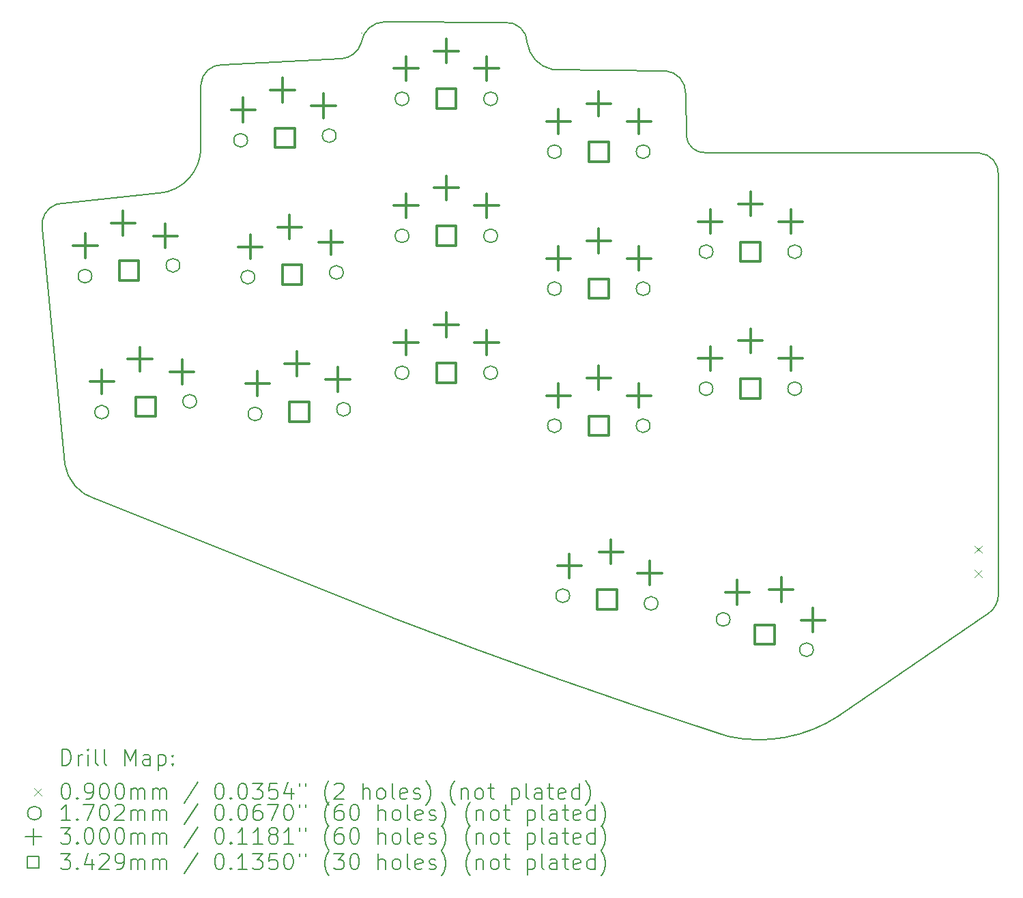
<source format=gbr>
%FSLAX45Y45*%
G04 Gerber Fmt 4.5, Leading zero omitted, Abs format (unit mm)*
G04 Created by KiCad (PCBNEW (6.0.4)) date 2022-05-17 22:38:03*
%MOMM*%
%LPD*%
G01*
G04 APERTURE LIST*
%TA.AperFunction,Profile*%
%ADD10C,0.150000*%
%TD*%
%ADD11C,0.200000*%
%ADD12C,0.090000*%
%ADD13C,0.170180*%
%ADD14C,0.300000*%
%ADD15C,0.342900*%
G04 APERTURE END LIST*
D10*
X6876071Y11748876D02*
X8344622Y11820688D01*
X12617390Y11393371D02*
G75*
G03*
X12363394Y11672771I-271530J8309D01*
G01*
X4814023Y10017285D02*
G75*
G03*
X4636222Y9712488I91107J-257405D01*
G01*
X4814022Y10017288D02*
X6078679Y10152942D01*
X10964034Y11689307D02*
X12363394Y11672771D01*
X10653483Y12016826D02*
G75*
G03*
X10964034Y11689307I386287J55284D01*
G01*
X16260102Y10651714D02*
X12862027Y10657058D01*
X12627814Y10859110D02*
G75*
G03*
X12862027Y10657058I222446J21080D01*
G01*
X8886230Y12279469D02*
X10376622Y12272233D01*
X13145222Y3413289D02*
G75*
G03*
X14516822Y3667288I382928J1762511D01*
G01*
X8979622Y4886488D02*
X5296622Y6359688D01*
X4636222Y9712488D02*
X4915622Y6791488D01*
X4915626Y6791489D02*
G75*
G03*
X5296622Y6359688I536374J89281D01*
G01*
X8979622Y4886488D02*
G75*
G03*
X13145222Y3413288I28394798J73662842D01*
G01*
X16371018Y4937293D02*
G75*
G03*
X16498022Y5165888I-162189J239687D01*
G01*
X8598719Y12147486D02*
X8598719Y12147486D01*
X6078679Y10152942D02*
G75*
G03*
X6603966Y10728488I-41668J565511D01*
G01*
X16498022Y5165888D02*
X16498230Y10381255D01*
X10653476Y12016825D02*
G75*
G03*
X10376622Y12272233I-257406J-1265D01*
G01*
X14516822Y3667288D02*
X16371022Y4937288D01*
X6603966Y11497686D02*
X6603966Y10728488D01*
X8344622Y11820689D02*
G75*
G03*
X8594801Y12020777I-21092J282821D01*
G01*
X12627819Y10859110D02*
X12617394Y11393371D01*
X16498224Y10381255D02*
G75*
G03*
X16260102Y10651714I-253545J16825D01*
G01*
X6876071Y11748877D02*
G75*
G03*
X6603966Y11497686I-8611J-263647D01*
G01*
X8886230Y12279468D02*
G75*
G03*
X8594801Y12020777I2030J-295788D01*
G01*
D11*
D12*
X16205014Y5779462D02*
X16295014Y5689462D01*
X16295014Y5779462D02*
X16205014Y5689462D01*
X16205014Y5479462D02*
X16295014Y5389462D01*
X16295014Y5479462D02*
X16205014Y5389462D01*
D13*
X5251678Y9124391D02*
G75*
G03*
X5251678Y9124391I-85090J0D01*
G01*
X5251678Y9124391D02*
G75*
G03*
X5251678Y9124391I-85090J0D01*
G01*
X5458856Y7437062D02*
G75*
G03*
X5458856Y7437062I-85090J0D01*
G01*
X5458856Y7437062D02*
G75*
G03*
X5458856Y7437062I-85090J0D01*
G01*
X6343479Y9258447D02*
G75*
G03*
X6343479Y9258447I-85090J0D01*
G01*
X6343479Y9258447D02*
G75*
G03*
X6343479Y9258447I-85090J0D01*
G01*
X6550656Y7571118D02*
G75*
G03*
X6550656Y7571118I-85090J0D01*
G01*
X6550656Y7571118D02*
G75*
G03*
X6550656Y7571118I-85090J0D01*
G01*
X7183144Y10810062D02*
G75*
G03*
X7183144Y10810062I-85090J0D01*
G01*
X7183144Y10810062D02*
G75*
G03*
X7183144Y10810062I-85090J0D01*
G01*
X7272116Y9112392D02*
G75*
G03*
X7272116Y9112392I-85090J0D01*
G01*
X7272116Y9112392D02*
G75*
G03*
X7272116Y9112392I-85090J0D01*
G01*
X7361087Y7414722D02*
G75*
G03*
X7361087Y7414722I-85090J0D01*
G01*
X7361087Y7414722D02*
G75*
G03*
X7361087Y7414722I-85090J0D01*
G01*
X8281637Y10867632D02*
G75*
G03*
X8281637Y10867632I-85090J0D01*
G01*
X8281637Y10867632D02*
G75*
G03*
X8281637Y10867632I-85090J0D01*
G01*
X8370608Y9169962D02*
G75*
G03*
X8370608Y9169962I-85090J0D01*
G01*
X8370608Y9169962D02*
G75*
G03*
X8370608Y9169962I-85090J0D01*
G01*
X8459579Y7472291D02*
G75*
G03*
X8459579Y7472291I-85090J0D01*
G01*
X8459579Y7472291D02*
G75*
G03*
X8459579Y7472291I-85090J0D01*
G01*
X9184672Y9624699D02*
G75*
G03*
X9184672Y9624699I-85090J0D01*
G01*
X9184672Y9624699D02*
G75*
G03*
X9184672Y9624699I-85090J0D01*
G01*
X9184672Y7924699D02*
G75*
G03*
X9184672Y7924699I-85090J0D01*
G01*
X9184672Y7924699D02*
G75*
G03*
X9184672Y7924699I-85090J0D01*
G01*
X9184672Y11324699D02*
G75*
G03*
X9184672Y11324699I-85090J0D01*
G01*
X9184672Y11324699D02*
G75*
G03*
X9184672Y11324699I-85090J0D01*
G01*
X10284672Y9624699D02*
G75*
G03*
X10284672Y9624699I-85090J0D01*
G01*
X10284672Y9624699D02*
G75*
G03*
X10284672Y9624699I-85090J0D01*
G01*
X10284672Y7924699D02*
G75*
G03*
X10284672Y7924699I-85090J0D01*
G01*
X10284672Y7924699D02*
G75*
G03*
X10284672Y7924699I-85090J0D01*
G01*
X10284672Y11324699D02*
G75*
G03*
X10284672Y11324699I-85090J0D01*
G01*
X10284672Y11324699D02*
G75*
G03*
X10284672Y11324699I-85090J0D01*
G01*
X11076199Y10668602D02*
G75*
G03*
X11076199Y10668602I-85090J0D01*
G01*
X11076199Y10668602D02*
G75*
G03*
X11076199Y10668602I-85090J0D01*
G01*
X11076199Y8968602D02*
G75*
G03*
X11076199Y8968602I-85090J0D01*
G01*
X11076199Y8968602D02*
G75*
G03*
X11076199Y8968602I-85090J0D01*
G01*
X11076199Y7268602D02*
G75*
G03*
X11076199Y7268602I-85090J0D01*
G01*
X11076199Y7268602D02*
G75*
G03*
X11076199Y7268602I-85090J0D01*
G01*
X11179291Y5159288D02*
G75*
G03*
X11179291Y5159288I-85090J0D01*
G01*
X11179291Y5159288D02*
G75*
G03*
X11179291Y5159288I-85090J0D01*
G01*
X12176199Y10668602D02*
G75*
G03*
X12176199Y10668602I-85090J0D01*
G01*
X12176199Y10668602D02*
G75*
G03*
X12176199Y10668602I-85090J0D01*
G01*
X12176199Y8968602D02*
G75*
G03*
X12176199Y8968602I-85090J0D01*
G01*
X12176199Y8968602D02*
G75*
G03*
X12176199Y8968602I-85090J0D01*
G01*
X12176199Y7268602D02*
G75*
G03*
X12176199Y7268602I-85090J0D01*
G01*
X12176199Y7268602D02*
G75*
G03*
X12176199Y7268602I-85090J0D01*
G01*
X12275105Y5063416D02*
G75*
G03*
X12275105Y5063416I-85090J0D01*
G01*
X12275105Y5063416D02*
G75*
G03*
X12275105Y5063416I-85090J0D01*
G01*
X12956918Y9427885D02*
G75*
G03*
X12956918Y9427885I-85090J0D01*
G01*
X12956918Y9427885D02*
G75*
G03*
X12956918Y9427885I-85090J0D01*
G01*
X12956918Y7727885D02*
G75*
G03*
X12956918Y7727885I-85090J0D01*
G01*
X12956918Y7727885D02*
G75*
G03*
X12956918Y7727885I-85090J0D01*
G01*
X13169301Y4865178D02*
G75*
G03*
X13169301Y4865178I-85090J0D01*
G01*
X13169301Y4865178D02*
G75*
G03*
X13169301Y4865178I-85090J0D01*
G01*
X14056918Y9427885D02*
G75*
G03*
X14056918Y9427885I-85090J0D01*
G01*
X14056918Y9427885D02*
G75*
G03*
X14056918Y9427885I-85090J0D01*
G01*
X14056918Y7727885D02*
G75*
G03*
X14056918Y7727885I-85090J0D01*
G01*
X14056918Y7727885D02*
G75*
G03*
X14056918Y7727885I-85090J0D01*
G01*
X14202963Y4488956D02*
G75*
G03*
X14202963Y4488956I-85090J0D01*
G01*
X14202963Y4488956D02*
G75*
G03*
X14202963Y4488956I-85090J0D01*
G01*
D14*
X5170514Y9652689D02*
X5170514Y9352689D01*
X5020514Y9502689D02*
X5320514Y9502689D01*
X5377692Y7965360D02*
X5377692Y7665360D01*
X5227692Y7815360D02*
X5527692Y7815360D01*
X5639976Y9931984D02*
X5639976Y9631984D01*
X5489976Y9781984D02*
X5789976Y9781984D01*
X5639976Y9931984D02*
X5639976Y9631984D01*
X5489976Y9781984D02*
X5789976Y9781984D01*
X5847154Y8244655D02*
X5847154Y7944655D01*
X5697154Y8094655D02*
X5997154Y8094655D01*
X5847154Y8244655D02*
X5847154Y7944655D01*
X5697154Y8094655D02*
X5997154Y8094655D01*
X6163060Y9774558D02*
X6163060Y9474558D01*
X6013060Y9624558D02*
X6313060Y9624558D01*
X6370238Y8087230D02*
X6370238Y7787230D01*
X6220238Y7937230D02*
X6520238Y7937230D01*
X7128360Y11337165D02*
X7128360Y11037165D01*
X6978360Y11187165D02*
X7278360Y11187165D01*
X7217331Y9639495D02*
X7217331Y9339495D01*
X7067331Y9489495D02*
X7367331Y9489495D01*
X7306302Y7941825D02*
X7306302Y7641825D01*
X7156302Y7791825D02*
X7456302Y7791825D01*
X7616161Y11583032D02*
X7616161Y11283032D01*
X7466161Y11433032D02*
X7766161Y11433032D01*
X7616161Y11583032D02*
X7616161Y11283032D01*
X7466161Y11433032D02*
X7766161Y11433032D01*
X7705132Y9885362D02*
X7705132Y9585362D01*
X7555132Y9735362D02*
X7855132Y9735362D01*
X7705132Y9885362D02*
X7705132Y9585362D01*
X7555132Y9735362D02*
X7855132Y9735362D01*
X7794103Y8187691D02*
X7794103Y7887691D01*
X7644103Y8037691D02*
X7944103Y8037691D01*
X7794103Y8187691D02*
X7794103Y7887691D01*
X7644103Y8037691D02*
X7944103Y8037691D01*
X8126989Y11389501D02*
X8126989Y11089501D01*
X7976989Y11239501D02*
X8276989Y11239501D01*
X8215961Y9691831D02*
X8215961Y9391831D01*
X8065961Y9541831D02*
X8365961Y9541831D01*
X8304932Y7994161D02*
X8304932Y7694161D01*
X8154932Y7844161D02*
X8454932Y7844161D01*
X9149582Y10149699D02*
X9149582Y9849699D01*
X8999582Y9999699D02*
X9299582Y9999699D01*
X9149582Y8449699D02*
X9149582Y8149699D01*
X8999582Y8299699D02*
X9299582Y8299699D01*
X9149582Y11849699D02*
X9149582Y11549699D01*
X8999582Y11699699D02*
X9299582Y11699699D01*
X9649582Y10369699D02*
X9649582Y10069699D01*
X9499582Y10219699D02*
X9799582Y10219699D01*
X9649582Y10369699D02*
X9649582Y10069699D01*
X9499582Y10219699D02*
X9799582Y10219699D01*
X9649582Y8669699D02*
X9649582Y8369699D01*
X9499582Y8519699D02*
X9799582Y8519699D01*
X9649582Y8669699D02*
X9649582Y8369699D01*
X9499582Y8519699D02*
X9799582Y8519699D01*
X9649582Y12069699D02*
X9649582Y11769699D01*
X9499582Y11919699D02*
X9799582Y11919699D01*
X9649582Y12069699D02*
X9649582Y11769699D01*
X9499582Y11919699D02*
X9799582Y11919699D01*
X10149582Y10149699D02*
X10149582Y9849699D01*
X9999582Y9999699D02*
X10299582Y9999699D01*
X10149582Y8449699D02*
X10149582Y8149699D01*
X9999582Y8299699D02*
X10299582Y8299699D01*
X10149582Y11849699D02*
X10149582Y11549699D01*
X9999582Y11699699D02*
X10299582Y11699699D01*
X11041109Y11193602D02*
X11041109Y10893602D01*
X10891109Y11043602D02*
X11191109Y11043602D01*
X11041109Y9493602D02*
X11041109Y9193602D01*
X10891109Y9343602D02*
X11191109Y9343602D01*
X11041109Y7793602D02*
X11041109Y7493602D01*
X10891109Y7643602D02*
X11191109Y7643602D01*
X11176695Y5678503D02*
X11176695Y5378503D01*
X11026695Y5528503D02*
X11326694Y5528503D01*
X11541109Y11413602D02*
X11541109Y11113602D01*
X11391109Y11263602D02*
X11691109Y11263602D01*
X11541109Y11413602D02*
X11541109Y11113602D01*
X11391109Y11263602D02*
X11691109Y11263602D01*
X11541109Y9713602D02*
X11541109Y9413602D01*
X11391109Y9563602D02*
X11691109Y9563602D01*
X11541109Y9713602D02*
X11541109Y9413602D01*
X11391109Y9563602D02*
X11691109Y9563602D01*
X11541109Y8013602D02*
X11541109Y7713602D01*
X11391109Y7863602D02*
X11691109Y7863602D01*
X11541109Y8013602D02*
X11541109Y7713602D01*
X11391109Y7863602D02*
X11691109Y7863602D01*
X11693966Y5854088D02*
X11693966Y5554088D01*
X11543966Y5704088D02*
X11843966Y5704088D01*
X11693966Y5854088D02*
X11693966Y5554088D01*
X11543966Y5704088D02*
X11843966Y5704088D01*
X12041109Y11193602D02*
X12041109Y10893602D01*
X11891109Y11043602D02*
X12191109Y11043602D01*
X12041109Y9493602D02*
X12041109Y9193602D01*
X11891109Y9343602D02*
X12191109Y9343602D01*
X12041109Y7793602D02*
X12041109Y7493602D01*
X11891109Y7643602D02*
X12191109Y7643602D01*
X12172889Y5591347D02*
X12172889Y5291347D01*
X12022889Y5441347D02*
X12322889Y5441347D01*
X12921828Y9952885D02*
X12921828Y9652885D01*
X12771828Y9802885D02*
X13071828Y9802885D01*
X12921828Y8252885D02*
X12921828Y7952885D01*
X12771828Y8102885D02*
X13071828Y8102885D01*
X13259453Y5350462D02*
X13259453Y5050462D01*
X13109453Y5200462D02*
X13409453Y5200462D01*
X13421828Y10172885D02*
X13421828Y9872885D01*
X13271828Y10022885D02*
X13571828Y10022885D01*
X13421828Y10172885D02*
X13421828Y9872885D01*
X13271828Y10022885D02*
X13571828Y10022885D01*
X13421828Y8472885D02*
X13421828Y8172885D01*
X13271828Y8322885D02*
X13571828Y8322885D01*
X13421828Y8472885D02*
X13421828Y8172885D01*
X13271828Y8322885D02*
X13571828Y8322885D01*
X13804544Y5386184D02*
X13804544Y5086184D01*
X13654544Y5236184D02*
X13954544Y5236184D01*
X13804544Y5386184D02*
X13804544Y5086184D01*
X13654544Y5236184D02*
X13954544Y5236184D01*
X13921828Y9952885D02*
X13921828Y9652885D01*
X13771828Y9802885D02*
X14071828Y9802885D01*
X13921828Y8252885D02*
X13921828Y7952885D01*
X13771828Y8102885D02*
X14071828Y8102885D01*
X14199146Y5008442D02*
X14199146Y4708442D01*
X14049146Y4858442D02*
X14349146Y4858442D01*
D15*
X5833723Y9070184D02*
X5833723Y9312653D01*
X5591254Y9312653D01*
X5591254Y9070184D01*
X5833723Y9070184D01*
X5833723Y9070184D02*
X5833723Y9312653D01*
X5591254Y9312653D01*
X5591254Y9070184D01*
X5833723Y9070184D01*
X6040901Y7382856D02*
X6040901Y7625325D01*
X5798431Y7625325D01*
X5798431Y7382856D01*
X6040901Y7382856D01*
X6040901Y7382856D02*
X6040901Y7625325D01*
X5798431Y7625325D01*
X5798431Y7382856D01*
X6040901Y7382856D01*
X7768535Y10717613D02*
X7768535Y10960082D01*
X7526066Y10960082D01*
X7526066Y10717613D01*
X7768535Y10717613D01*
X7768535Y10717613D02*
X7768535Y10960082D01*
X7526066Y10960082D01*
X7526066Y10717613D01*
X7768535Y10717613D01*
X7857506Y9019942D02*
X7857506Y9262412D01*
X7615037Y9262412D01*
X7615037Y9019942D01*
X7857506Y9019942D01*
X7857506Y9019942D02*
X7857506Y9262412D01*
X7615037Y9262412D01*
X7615037Y9019942D01*
X7857506Y9019942D01*
X7946478Y7322272D02*
X7946478Y7564741D01*
X7704008Y7564741D01*
X7704008Y7322272D01*
X7946478Y7322272D01*
X7946478Y7322272D02*
X7946478Y7564741D01*
X7704008Y7564741D01*
X7704008Y7322272D01*
X7946478Y7322272D01*
X9770816Y9503464D02*
X9770816Y9745934D01*
X9528347Y9745934D01*
X9528347Y9503464D01*
X9770816Y9503464D01*
X9770816Y9503464D02*
X9770816Y9745934D01*
X9528347Y9745934D01*
X9528347Y9503464D01*
X9770816Y9503464D01*
X9770816Y7803464D02*
X9770816Y8045933D01*
X9528347Y8045933D01*
X9528347Y7803464D01*
X9770816Y7803464D01*
X9770816Y7803464D02*
X9770816Y8045933D01*
X9528347Y8045933D01*
X9528347Y7803464D01*
X9770816Y7803464D01*
X9770816Y11203464D02*
X9770816Y11445933D01*
X9528347Y11445933D01*
X9528347Y11203464D01*
X9770816Y11203464D01*
X9770816Y11203464D02*
X9770816Y11445933D01*
X9528347Y11445933D01*
X9528347Y11203464D01*
X9770816Y11203464D01*
X11662343Y10547367D02*
X11662343Y10789836D01*
X11419874Y10789836D01*
X11419874Y10547367D01*
X11662343Y10547367D01*
X11662343Y10547367D02*
X11662343Y10789836D01*
X11419874Y10789836D01*
X11419874Y10547367D01*
X11662343Y10547367D01*
X11662343Y8847367D02*
X11662343Y9089836D01*
X11419874Y9089836D01*
X11419874Y8847367D01*
X11662343Y8847367D01*
X11662343Y8847367D02*
X11662343Y9089836D01*
X11419874Y9089836D01*
X11419874Y8847367D01*
X11662343Y8847367D01*
X11662343Y7147367D02*
X11662343Y7389836D01*
X11419874Y7389836D01*
X11419874Y7147367D01*
X11662343Y7147367D01*
X11662343Y7147367D02*
X11662343Y7389836D01*
X11419874Y7389836D01*
X11419874Y7147367D01*
X11662343Y7147367D01*
X11763343Y4990117D02*
X11763343Y5232587D01*
X11520874Y5232587D01*
X11520874Y4990117D01*
X11763343Y4990117D01*
X11763343Y4990117D02*
X11763343Y5232587D01*
X11520874Y5232587D01*
X11520874Y4990117D01*
X11763343Y4990117D01*
X13543063Y9306651D02*
X13543063Y9549120D01*
X13300593Y9549120D01*
X13300593Y9306651D01*
X13543063Y9306651D01*
X13543063Y9306651D02*
X13543063Y9549120D01*
X13300593Y9549120D01*
X13300593Y9306651D01*
X13543063Y9306651D01*
X13543063Y7606651D02*
X13543063Y7849120D01*
X13300593Y7849120D01*
X13300593Y7606651D01*
X13543063Y7606651D01*
X13543063Y7606651D02*
X13543063Y7849120D01*
X13300593Y7849120D01*
X13300593Y7606651D01*
X13543063Y7606651D01*
X13722276Y4555832D02*
X13722276Y4798302D01*
X13479807Y4798302D01*
X13479807Y4555832D01*
X13722276Y4555832D01*
X13722276Y4555832D02*
X13722276Y4798302D01*
X13479807Y4798302D01*
X13479807Y4555832D01*
X13722276Y4555832D01*
D11*
X4882197Y3054194D02*
X4882197Y3254194D01*
X4929816Y3254194D01*
X4958387Y3244670D01*
X4977435Y3225623D01*
X4986959Y3206575D01*
X4996482Y3168480D01*
X4996482Y3139908D01*
X4986959Y3101813D01*
X4977435Y3082766D01*
X4958387Y3063718D01*
X4929816Y3054194D01*
X4882197Y3054194D01*
X5082197Y3054194D02*
X5082197Y3187527D01*
X5082197Y3149432D02*
X5091720Y3168480D01*
X5101244Y3178004D01*
X5120292Y3187527D01*
X5139340Y3187527D01*
X5206006Y3054194D02*
X5206006Y3187527D01*
X5206006Y3254194D02*
X5196482Y3244670D01*
X5206006Y3235146D01*
X5215530Y3244670D01*
X5206006Y3254194D01*
X5206006Y3235146D01*
X5329816Y3054194D02*
X5310768Y3063718D01*
X5301244Y3082766D01*
X5301244Y3254194D01*
X5434578Y3054194D02*
X5415530Y3063718D01*
X5406006Y3082766D01*
X5406006Y3254194D01*
X5663149Y3054194D02*
X5663149Y3254194D01*
X5729816Y3111337D01*
X5796482Y3254194D01*
X5796482Y3054194D01*
X5977435Y3054194D02*
X5977435Y3158956D01*
X5967911Y3178004D01*
X5948863Y3187527D01*
X5910768Y3187527D01*
X5891720Y3178004D01*
X5977435Y3063718D02*
X5958387Y3054194D01*
X5910768Y3054194D01*
X5891720Y3063718D01*
X5882197Y3082766D01*
X5882197Y3101813D01*
X5891720Y3120861D01*
X5910768Y3130385D01*
X5958387Y3130385D01*
X5977435Y3139908D01*
X6072673Y3187527D02*
X6072673Y2987527D01*
X6072673Y3178004D02*
X6091720Y3187527D01*
X6129816Y3187527D01*
X6148863Y3178004D01*
X6158387Y3168480D01*
X6167911Y3149432D01*
X6167911Y3092289D01*
X6158387Y3073242D01*
X6148863Y3063718D01*
X6129816Y3054194D01*
X6091720Y3054194D01*
X6072673Y3063718D01*
X6253625Y3073242D02*
X6263149Y3063718D01*
X6253625Y3054194D01*
X6244101Y3063718D01*
X6253625Y3073242D01*
X6253625Y3054194D01*
X6253625Y3178004D02*
X6263149Y3168480D01*
X6253625Y3158956D01*
X6244101Y3168480D01*
X6253625Y3178004D01*
X6253625Y3158956D01*
D12*
X4534578Y2769670D02*
X4624578Y2679670D01*
X4624578Y2769670D02*
X4534578Y2679670D01*
D11*
X4920292Y2834194D02*
X4939340Y2834194D01*
X4958387Y2824670D01*
X4967911Y2815146D01*
X4977435Y2796099D01*
X4986959Y2758004D01*
X4986959Y2710385D01*
X4977435Y2672289D01*
X4967911Y2653242D01*
X4958387Y2643718D01*
X4939340Y2634194D01*
X4920292Y2634194D01*
X4901244Y2643718D01*
X4891720Y2653242D01*
X4882197Y2672289D01*
X4872673Y2710385D01*
X4872673Y2758004D01*
X4882197Y2796099D01*
X4891720Y2815146D01*
X4901244Y2824670D01*
X4920292Y2834194D01*
X5072673Y2653242D02*
X5082197Y2643718D01*
X5072673Y2634194D01*
X5063149Y2643718D01*
X5072673Y2653242D01*
X5072673Y2634194D01*
X5177435Y2634194D02*
X5215530Y2634194D01*
X5234578Y2643718D01*
X5244101Y2653242D01*
X5263149Y2681813D01*
X5272673Y2719908D01*
X5272673Y2796099D01*
X5263149Y2815146D01*
X5253625Y2824670D01*
X5234578Y2834194D01*
X5196482Y2834194D01*
X5177435Y2824670D01*
X5167911Y2815146D01*
X5158387Y2796099D01*
X5158387Y2748480D01*
X5167911Y2729432D01*
X5177435Y2719908D01*
X5196482Y2710385D01*
X5234578Y2710385D01*
X5253625Y2719908D01*
X5263149Y2729432D01*
X5272673Y2748480D01*
X5396482Y2834194D02*
X5415530Y2834194D01*
X5434578Y2824670D01*
X5444101Y2815146D01*
X5453625Y2796099D01*
X5463149Y2758004D01*
X5463149Y2710385D01*
X5453625Y2672289D01*
X5444101Y2653242D01*
X5434578Y2643718D01*
X5415530Y2634194D01*
X5396482Y2634194D01*
X5377435Y2643718D01*
X5367911Y2653242D01*
X5358387Y2672289D01*
X5348863Y2710385D01*
X5348863Y2758004D01*
X5358387Y2796099D01*
X5367911Y2815146D01*
X5377435Y2824670D01*
X5396482Y2834194D01*
X5586959Y2834194D02*
X5606006Y2834194D01*
X5625054Y2824670D01*
X5634578Y2815146D01*
X5644101Y2796099D01*
X5653625Y2758004D01*
X5653625Y2710385D01*
X5644101Y2672289D01*
X5634578Y2653242D01*
X5625054Y2643718D01*
X5606006Y2634194D01*
X5586959Y2634194D01*
X5567911Y2643718D01*
X5558387Y2653242D01*
X5548863Y2672289D01*
X5539340Y2710385D01*
X5539340Y2758004D01*
X5548863Y2796099D01*
X5558387Y2815146D01*
X5567911Y2824670D01*
X5586959Y2834194D01*
X5739339Y2634194D02*
X5739339Y2767528D01*
X5739339Y2748480D02*
X5748863Y2758004D01*
X5767911Y2767528D01*
X5796482Y2767528D01*
X5815530Y2758004D01*
X5825054Y2738956D01*
X5825054Y2634194D01*
X5825054Y2738956D02*
X5834578Y2758004D01*
X5853625Y2767528D01*
X5882197Y2767528D01*
X5901244Y2758004D01*
X5910768Y2738956D01*
X5910768Y2634194D01*
X6006006Y2634194D02*
X6006006Y2767528D01*
X6006006Y2748480D02*
X6015530Y2758004D01*
X6034578Y2767528D01*
X6063149Y2767528D01*
X6082197Y2758004D01*
X6091720Y2738956D01*
X6091720Y2634194D01*
X6091720Y2738956D02*
X6101244Y2758004D01*
X6120292Y2767528D01*
X6148863Y2767528D01*
X6167911Y2758004D01*
X6177435Y2738956D01*
X6177435Y2634194D01*
X6567911Y2843718D02*
X6396482Y2586575D01*
X6825054Y2834194D02*
X6844101Y2834194D01*
X6863149Y2824670D01*
X6872673Y2815146D01*
X6882197Y2796099D01*
X6891720Y2758004D01*
X6891720Y2710385D01*
X6882197Y2672289D01*
X6872673Y2653242D01*
X6863149Y2643718D01*
X6844101Y2634194D01*
X6825054Y2634194D01*
X6806006Y2643718D01*
X6796482Y2653242D01*
X6786958Y2672289D01*
X6777435Y2710385D01*
X6777435Y2758004D01*
X6786958Y2796099D01*
X6796482Y2815146D01*
X6806006Y2824670D01*
X6825054Y2834194D01*
X6977435Y2653242D02*
X6986958Y2643718D01*
X6977435Y2634194D01*
X6967911Y2643718D01*
X6977435Y2653242D01*
X6977435Y2634194D01*
X7110768Y2834194D02*
X7129816Y2834194D01*
X7148863Y2824670D01*
X7158387Y2815146D01*
X7167911Y2796099D01*
X7177435Y2758004D01*
X7177435Y2710385D01*
X7167911Y2672289D01*
X7158387Y2653242D01*
X7148863Y2643718D01*
X7129816Y2634194D01*
X7110768Y2634194D01*
X7091720Y2643718D01*
X7082197Y2653242D01*
X7072673Y2672289D01*
X7063149Y2710385D01*
X7063149Y2758004D01*
X7072673Y2796099D01*
X7082197Y2815146D01*
X7091720Y2824670D01*
X7110768Y2834194D01*
X7244101Y2834194D02*
X7367911Y2834194D01*
X7301244Y2758004D01*
X7329816Y2758004D01*
X7348863Y2748480D01*
X7358387Y2738956D01*
X7367911Y2719908D01*
X7367911Y2672289D01*
X7358387Y2653242D01*
X7348863Y2643718D01*
X7329816Y2634194D01*
X7272673Y2634194D01*
X7253625Y2643718D01*
X7244101Y2653242D01*
X7548863Y2834194D02*
X7453625Y2834194D01*
X7444101Y2738956D01*
X7453625Y2748480D01*
X7472673Y2758004D01*
X7520292Y2758004D01*
X7539339Y2748480D01*
X7548863Y2738956D01*
X7558387Y2719908D01*
X7558387Y2672289D01*
X7548863Y2653242D01*
X7539339Y2643718D01*
X7520292Y2634194D01*
X7472673Y2634194D01*
X7453625Y2643718D01*
X7444101Y2653242D01*
X7729816Y2767528D02*
X7729816Y2634194D01*
X7682197Y2843718D02*
X7634577Y2700861D01*
X7758387Y2700861D01*
X7825054Y2834194D02*
X7825054Y2796099D01*
X7901244Y2834194D02*
X7901244Y2796099D01*
X8196482Y2558004D02*
X8186958Y2567528D01*
X8167911Y2596099D01*
X8158387Y2615147D01*
X8148863Y2643718D01*
X8139339Y2691337D01*
X8139339Y2729432D01*
X8148863Y2777051D01*
X8158387Y2805623D01*
X8167911Y2824670D01*
X8186958Y2853242D01*
X8196482Y2862766D01*
X8263149Y2815146D02*
X8272673Y2824670D01*
X8291720Y2834194D01*
X8339339Y2834194D01*
X8358387Y2824670D01*
X8367911Y2815146D01*
X8377435Y2796099D01*
X8377435Y2777051D01*
X8367911Y2748480D01*
X8253625Y2634194D01*
X8377435Y2634194D01*
X8615530Y2634194D02*
X8615530Y2834194D01*
X8701244Y2634194D02*
X8701244Y2738956D01*
X8691720Y2758004D01*
X8672673Y2767528D01*
X8644101Y2767528D01*
X8625054Y2758004D01*
X8615530Y2748480D01*
X8825054Y2634194D02*
X8806006Y2643718D01*
X8796482Y2653242D01*
X8786959Y2672289D01*
X8786959Y2729432D01*
X8796482Y2748480D01*
X8806006Y2758004D01*
X8825054Y2767528D01*
X8853625Y2767528D01*
X8872673Y2758004D01*
X8882197Y2748480D01*
X8891720Y2729432D01*
X8891720Y2672289D01*
X8882197Y2653242D01*
X8872673Y2643718D01*
X8853625Y2634194D01*
X8825054Y2634194D01*
X9006006Y2634194D02*
X8986959Y2643718D01*
X8977435Y2662766D01*
X8977435Y2834194D01*
X9158387Y2643718D02*
X9139340Y2634194D01*
X9101244Y2634194D01*
X9082197Y2643718D01*
X9072673Y2662766D01*
X9072673Y2738956D01*
X9082197Y2758004D01*
X9101244Y2767528D01*
X9139340Y2767528D01*
X9158387Y2758004D01*
X9167911Y2738956D01*
X9167911Y2719908D01*
X9072673Y2700861D01*
X9244101Y2643718D02*
X9263149Y2634194D01*
X9301244Y2634194D01*
X9320292Y2643718D01*
X9329816Y2662766D01*
X9329816Y2672289D01*
X9320292Y2691337D01*
X9301244Y2700861D01*
X9272673Y2700861D01*
X9253625Y2710385D01*
X9244101Y2729432D01*
X9244101Y2738956D01*
X9253625Y2758004D01*
X9272673Y2767528D01*
X9301244Y2767528D01*
X9320292Y2758004D01*
X9396482Y2558004D02*
X9406006Y2567528D01*
X9425054Y2596099D01*
X9434578Y2615147D01*
X9444101Y2643718D01*
X9453625Y2691337D01*
X9453625Y2729432D01*
X9444101Y2777051D01*
X9434578Y2805623D01*
X9425054Y2824670D01*
X9406006Y2853242D01*
X9396482Y2862766D01*
X9758387Y2558004D02*
X9748863Y2567528D01*
X9729816Y2596099D01*
X9720292Y2615147D01*
X9710768Y2643718D01*
X9701244Y2691337D01*
X9701244Y2729432D01*
X9710768Y2777051D01*
X9720292Y2805623D01*
X9729816Y2824670D01*
X9748863Y2853242D01*
X9758387Y2862766D01*
X9834578Y2767528D02*
X9834578Y2634194D01*
X9834578Y2748480D02*
X9844101Y2758004D01*
X9863149Y2767528D01*
X9891720Y2767528D01*
X9910768Y2758004D01*
X9920292Y2738956D01*
X9920292Y2634194D01*
X10044101Y2634194D02*
X10025054Y2643718D01*
X10015530Y2653242D01*
X10006006Y2672289D01*
X10006006Y2729432D01*
X10015530Y2748480D01*
X10025054Y2758004D01*
X10044101Y2767528D01*
X10072673Y2767528D01*
X10091720Y2758004D01*
X10101244Y2748480D01*
X10110768Y2729432D01*
X10110768Y2672289D01*
X10101244Y2653242D01*
X10091720Y2643718D01*
X10072673Y2634194D01*
X10044101Y2634194D01*
X10167911Y2767528D02*
X10244101Y2767528D01*
X10196482Y2834194D02*
X10196482Y2662766D01*
X10206006Y2643718D01*
X10225054Y2634194D01*
X10244101Y2634194D01*
X10463149Y2767528D02*
X10463149Y2567528D01*
X10463149Y2758004D02*
X10482197Y2767528D01*
X10520292Y2767528D01*
X10539340Y2758004D01*
X10548863Y2748480D01*
X10558387Y2729432D01*
X10558387Y2672289D01*
X10548863Y2653242D01*
X10539340Y2643718D01*
X10520292Y2634194D01*
X10482197Y2634194D01*
X10463149Y2643718D01*
X10672673Y2634194D02*
X10653625Y2643718D01*
X10644101Y2662766D01*
X10644101Y2834194D01*
X10834578Y2634194D02*
X10834578Y2738956D01*
X10825054Y2758004D01*
X10806006Y2767528D01*
X10767911Y2767528D01*
X10748863Y2758004D01*
X10834578Y2643718D02*
X10815530Y2634194D01*
X10767911Y2634194D01*
X10748863Y2643718D01*
X10739340Y2662766D01*
X10739340Y2681813D01*
X10748863Y2700861D01*
X10767911Y2710385D01*
X10815530Y2710385D01*
X10834578Y2719908D01*
X10901244Y2767528D02*
X10977435Y2767528D01*
X10929816Y2834194D02*
X10929816Y2662766D01*
X10939340Y2643718D01*
X10958387Y2634194D01*
X10977435Y2634194D01*
X11120292Y2643718D02*
X11101244Y2634194D01*
X11063149Y2634194D01*
X11044101Y2643718D01*
X11034578Y2662766D01*
X11034578Y2738956D01*
X11044101Y2758004D01*
X11063149Y2767528D01*
X11101244Y2767528D01*
X11120292Y2758004D01*
X11129816Y2738956D01*
X11129816Y2719908D01*
X11034578Y2700861D01*
X11301244Y2634194D02*
X11301244Y2834194D01*
X11301244Y2643718D02*
X11282197Y2634194D01*
X11244101Y2634194D01*
X11225054Y2643718D01*
X11215530Y2653242D01*
X11206006Y2672289D01*
X11206006Y2729432D01*
X11215530Y2748480D01*
X11225054Y2758004D01*
X11244101Y2767528D01*
X11282197Y2767528D01*
X11301244Y2758004D01*
X11377435Y2558004D02*
X11386958Y2567528D01*
X11406006Y2596099D01*
X11415530Y2615147D01*
X11425054Y2643718D01*
X11434577Y2691337D01*
X11434577Y2729432D01*
X11425054Y2777051D01*
X11415530Y2805623D01*
X11406006Y2824670D01*
X11386958Y2853242D01*
X11377435Y2862766D01*
D13*
X4624578Y2460670D02*
G75*
G03*
X4624578Y2460670I-85090J0D01*
G01*
D11*
X4986959Y2370194D02*
X4872673Y2370194D01*
X4929816Y2370194D02*
X4929816Y2570194D01*
X4910768Y2541623D01*
X4891720Y2522575D01*
X4872673Y2513051D01*
X5072673Y2389242D02*
X5082197Y2379718D01*
X5072673Y2370194D01*
X5063149Y2379718D01*
X5072673Y2389242D01*
X5072673Y2370194D01*
X5148863Y2570194D02*
X5282197Y2570194D01*
X5196482Y2370194D01*
X5396482Y2570194D02*
X5415530Y2570194D01*
X5434578Y2560670D01*
X5444101Y2551147D01*
X5453625Y2532099D01*
X5463149Y2494004D01*
X5463149Y2446385D01*
X5453625Y2408289D01*
X5444101Y2389242D01*
X5434578Y2379718D01*
X5415530Y2370194D01*
X5396482Y2370194D01*
X5377435Y2379718D01*
X5367911Y2389242D01*
X5358387Y2408289D01*
X5348863Y2446385D01*
X5348863Y2494004D01*
X5358387Y2532099D01*
X5367911Y2551147D01*
X5377435Y2560670D01*
X5396482Y2570194D01*
X5539340Y2551147D02*
X5548863Y2560670D01*
X5567911Y2570194D01*
X5615530Y2570194D01*
X5634578Y2560670D01*
X5644101Y2551147D01*
X5653625Y2532099D01*
X5653625Y2513051D01*
X5644101Y2484480D01*
X5529816Y2370194D01*
X5653625Y2370194D01*
X5739339Y2370194D02*
X5739339Y2503528D01*
X5739339Y2484480D02*
X5748863Y2494004D01*
X5767911Y2503528D01*
X5796482Y2503528D01*
X5815530Y2494004D01*
X5825054Y2474956D01*
X5825054Y2370194D01*
X5825054Y2474956D02*
X5834578Y2494004D01*
X5853625Y2503528D01*
X5882197Y2503528D01*
X5901244Y2494004D01*
X5910768Y2474956D01*
X5910768Y2370194D01*
X6006006Y2370194D02*
X6006006Y2503528D01*
X6006006Y2484480D02*
X6015530Y2494004D01*
X6034578Y2503528D01*
X6063149Y2503528D01*
X6082197Y2494004D01*
X6091720Y2474956D01*
X6091720Y2370194D01*
X6091720Y2474956D02*
X6101244Y2494004D01*
X6120292Y2503528D01*
X6148863Y2503528D01*
X6167911Y2494004D01*
X6177435Y2474956D01*
X6177435Y2370194D01*
X6567911Y2579718D02*
X6396482Y2322575D01*
X6825054Y2570194D02*
X6844101Y2570194D01*
X6863149Y2560670D01*
X6872673Y2551147D01*
X6882197Y2532099D01*
X6891720Y2494004D01*
X6891720Y2446385D01*
X6882197Y2408289D01*
X6872673Y2389242D01*
X6863149Y2379718D01*
X6844101Y2370194D01*
X6825054Y2370194D01*
X6806006Y2379718D01*
X6796482Y2389242D01*
X6786958Y2408289D01*
X6777435Y2446385D01*
X6777435Y2494004D01*
X6786958Y2532099D01*
X6796482Y2551147D01*
X6806006Y2560670D01*
X6825054Y2570194D01*
X6977435Y2389242D02*
X6986958Y2379718D01*
X6977435Y2370194D01*
X6967911Y2379718D01*
X6977435Y2389242D01*
X6977435Y2370194D01*
X7110768Y2570194D02*
X7129816Y2570194D01*
X7148863Y2560670D01*
X7158387Y2551147D01*
X7167911Y2532099D01*
X7177435Y2494004D01*
X7177435Y2446385D01*
X7167911Y2408289D01*
X7158387Y2389242D01*
X7148863Y2379718D01*
X7129816Y2370194D01*
X7110768Y2370194D01*
X7091720Y2379718D01*
X7082197Y2389242D01*
X7072673Y2408289D01*
X7063149Y2446385D01*
X7063149Y2494004D01*
X7072673Y2532099D01*
X7082197Y2551147D01*
X7091720Y2560670D01*
X7110768Y2570194D01*
X7348863Y2570194D02*
X7310768Y2570194D01*
X7291720Y2560670D01*
X7282197Y2551147D01*
X7263149Y2522575D01*
X7253625Y2484480D01*
X7253625Y2408289D01*
X7263149Y2389242D01*
X7272673Y2379718D01*
X7291720Y2370194D01*
X7329816Y2370194D01*
X7348863Y2379718D01*
X7358387Y2389242D01*
X7367911Y2408289D01*
X7367911Y2455908D01*
X7358387Y2474956D01*
X7348863Y2484480D01*
X7329816Y2494004D01*
X7291720Y2494004D01*
X7272673Y2484480D01*
X7263149Y2474956D01*
X7253625Y2455908D01*
X7434578Y2570194D02*
X7567911Y2570194D01*
X7482197Y2370194D01*
X7682197Y2570194D02*
X7701244Y2570194D01*
X7720292Y2560670D01*
X7729816Y2551147D01*
X7739339Y2532099D01*
X7748863Y2494004D01*
X7748863Y2446385D01*
X7739339Y2408289D01*
X7729816Y2389242D01*
X7720292Y2379718D01*
X7701244Y2370194D01*
X7682197Y2370194D01*
X7663149Y2379718D01*
X7653625Y2389242D01*
X7644101Y2408289D01*
X7634577Y2446385D01*
X7634577Y2494004D01*
X7644101Y2532099D01*
X7653625Y2551147D01*
X7663149Y2560670D01*
X7682197Y2570194D01*
X7825054Y2570194D02*
X7825054Y2532099D01*
X7901244Y2570194D02*
X7901244Y2532099D01*
X8196482Y2294004D02*
X8186958Y2303528D01*
X8167911Y2332099D01*
X8158387Y2351147D01*
X8148863Y2379718D01*
X8139339Y2427337D01*
X8139339Y2465432D01*
X8148863Y2513051D01*
X8158387Y2541623D01*
X8167911Y2560670D01*
X8186958Y2589242D01*
X8196482Y2598766D01*
X8358387Y2570194D02*
X8320292Y2570194D01*
X8301244Y2560670D01*
X8291720Y2551147D01*
X8272673Y2522575D01*
X8263149Y2484480D01*
X8263149Y2408289D01*
X8272673Y2389242D01*
X8282197Y2379718D01*
X8301244Y2370194D01*
X8339339Y2370194D01*
X8358387Y2379718D01*
X8367911Y2389242D01*
X8377435Y2408289D01*
X8377435Y2455908D01*
X8367911Y2474956D01*
X8358387Y2484480D01*
X8339339Y2494004D01*
X8301244Y2494004D01*
X8282197Y2484480D01*
X8272673Y2474956D01*
X8263149Y2455908D01*
X8501244Y2570194D02*
X8520292Y2570194D01*
X8539340Y2560670D01*
X8548863Y2551147D01*
X8558387Y2532099D01*
X8567911Y2494004D01*
X8567911Y2446385D01*
X8558387Y2408289D01*
X8548863Y2389242D01*
X8539340Y2379718D01*
X8520292Y2370194D01*
X8501244Y2370194D01*
X8482197Y2379718D01*
X8472673Y2389242D01*
X8463149Y2408289D01*
X8453625Y2446385D01*
X8453625Y2494004D01*
X8463149Y2532099D01*
X8472673Y2551147D01*
X8482197Y2560670D01*
X8501244Y2570194D01*
X8806006Y2370194D02*
X8806006Y2570194D01*
X8891720Y2370194D02*
X8891720Y2474956D01*
X8882197Y2494004D01*
X8863149Y2503528D01*
X8834578Y2503528D01*
X8815530Y2494004D01*
X8806006Y2484480D01*
X9015530Y2370194D02*
X8996482Y2379718D01*
X8986959Y2389242D01*
X8977435Y2408289D01*
X8977435Y2465432D01*
X8986959Y2484480D01*
X8996482Y2494004D01*
X9015530Y2503528D01*
X9044101Y2503528D01*
X9063149Y2494004D01*
X9072673Y2484480D01*
X9082197Y2465432D01*
X9082197Y2408289D01*
X9072673Y2389242D01*
X9063149Y2379718D01*
X9044101Y2370194D01*
X9015530Y2370194D01*
X9196482Y2370194D02*
X9177435Y2379718D01*
X9167911Y2398766D01*
X9167911Y2570194D01*
X9348863Y2379718D02*
X9329816Y2370194D01*
X9291720Y2370194D01*
X9272673Y2379718D01*
X9263149Y2398766D01*
X9263149Y2474956D01*
X9272673Y2494004D01*
X9291720Y2503528D01*
X9329816Y2503528D01*
X9348863Y2494004D01*
X9358387Y2474956D01*
X9358387Y2455908D01*
X9263149Y2436861D01*
X9434578Y2379718D02*
X9453625Y2370194D01*
X9491720Y2370194D01*
X9510768Y2379718D01*
X9520292Y2398766D01*
X9520292Y2408289D01*
X9510768Y2427337D01*
X9491720Y2436861D01*
X9463149Y2436861D01*
X9444101Y2446385D01*
X9434578Y2465432D01*
X9434578Y2474956D01*
X9444101Y2494004D01*
X9463149Y2503528D01*
X9491720Y2503528D01*
X9510768Y2494004D01*
X9586959Y2294004D02*
X9596482Y2303528D01*
X9615530Y2332099D01*
X9625054Y2351147D01*
X9634578Y2379718D01*
X9644101Y2427337D01*
X9644101Y2465432D01*
X9634578Y2513051D01*
X9625054Y2541623D01*
X9615530Y2560670D01*
X9596482Y2589242D01*
X9586959Y2598766D01*
X9948863Y2294004D02*
X9939340Y2303528D01*
X9920292Y2332099D01*
X9910768Y2351147D01*
X9901244Y2379718D01*
X9891720Y2427337D01*
X9891720Y2465432D01*
X9901244Y2513051D01*
X9910768Y2541623D01*
X9920292Y2560670D01*
X9939340Y2589242D01*
X9948863Y2598766D01*
X10025054Y2503528D02*
X10025054Y2370194D01*
X10025054Y2484480D02*
X10034578Y2494004D01*
X10053625Y2503528D01*
X10082197Y2503528D01*
X10101244Y2494004D01*
X10110768Y2474956D01*
X10110768Y2370194D01*
X10234578Y2370194D02*
X10215530Y2379718D01*
X10206006Y2389242D01*
X10196482Y2408289D01*
X10196482Y2465432D01*
X10206006Y2484480D01*
X10215530Y2494004D01*
X10234578Y2503528D01*
X10263149Y2503528D01*
X10282197Y2494004D01*
X10291720Y2484480D01*
X10301244Y2465432D01*
X10301244Y2408289D01*
X10291720Y2389242D01*
X10282197Y2379718D01*
X10263149Y2370194D01*
X10234578Y2370194D01*
X10358387Y2503528D02*
X10434578Y2503528D01*
X10386959Y2570194D02*
X10386959Y2398766D01*
X10396482Y2379718D01*
X10415530Y2370194D01*
X10434578Y2370194D01*
X10653625Y2503528D02*
X10653625Y2303528D01*
X10653625Y2494004D02*
X10672673Y2503528D01*
X10710768Y2503528D01*
X10729816Y2494004D01*
X10739340Y2484480D01*
X10748863Y2465432D01*
X10748863Y2408289D01*
X10739340Y2389242D01*
X10729816Y2379718D01*
X10710768Y2370194D01*
X10672673Y2370194D01*
X10653625Y2379718D01*
X10863149Y2370194D02*
X10844101Y2379718D01*
X10834578Y2398766D01*
X10834578Y2570194D01*
X11025054Y2370194D02*
X11025054Y2474956D01*
X11015530Y2494004D01*
X10996482Y2503528D01*
X10958387Y2503528D01*
X10939340Y2494004D01*
X11025054Y2379718D02*
X11006006Y2370194D01*
X10958387Y2370194D01*
X10939340Y2379718D01*
X10929816Y2398766D01*
X10929816Y2417813D01*
X10939340Y2436861D01*
X10958387Y2446385D01*
X11006006Y2446385D01*
X11025054Y2455908D01*
X11091720Y2503528D02*
X11167911Y2503528D01*
X11120292Y2570194D02*
X11120292Y2398766D01*
X11129816Y2379718D01*
X11148863Y2370194D01*
X11167911Y2370194D01*
X11310768Y2379718D02*
X11291720Y2370194D01*
X11253625Y2370194D01*
X11234577Y2379718D01*
X11225054Y2398766D01*
X11225054Y2474956D01*
X11234577Y2494004D01*
X11253625Y2503528D01*
X11291720Y2503528D01*
X11310768Y2494004D01*
X11320292Y2474956D01*
X11320292Y2455908D01*
X11225054Y2436861D01*
X11491720Y2370194D02*
X11491720Y2570194D01*
X11491720Y2379718D02*
X11472673Y2370194D01*
X11434577Y2370194D01*
X11415530Y2379718D01*
X11406006Y2389242D01*
X11396482Y2408289D01*
X11396482Y2465432D01*
X11406006Y2484480D01*
X11415530Y2494004D01*
X11434577Y2503528D01*
X11472673Y2503528D01*
X11491720Y2494004D01*
X11567911Y2294004D02*
X11577435Y2303528D01*
X11596482Y2332099D01*
X11606006Y2351147D01*
X11615530Y2379718D01*
X11625054Y2427337D01*
X11625054Y2465432D01*
X11615530Y2513051D01*
X11606006Y2541623D01*
X11596482Y2560670D01*
X11577435Y2589242D01*
X11567911Y2598766D01*
X4524578Y2270490D02*
X4524578Y2070490D01*
X4424578Y2170490D02*
X4624578Y2170490D01*
X4863149Y2280014D02*
X4986959Y2280014D01*
X4920292Y2203824D01*
X4948863Y2203824D01*
X4967911Y2194300D01*
X4977435Y2184776D01*
X4986959Y2165728D01*
X4986959Y2118109D01*
X4977435Y2099062D01*
X4967911Y2089538D01*
X4948863Y2080014D01*
X4891720Y2080014D01*
X4872673Y2089538D01*
X4863149Y2099062D01*
X5072673Y2099062D02*
X5082197Y2089538D01*
X5072673Y2080014D01*
X5063149Y2089538D01*
X5072673Y2099062D01*
X5072673Y2080014D01*
X5206006Y2280014D02*
X5225054Y2280014D01*
X5244101Y2270490D01*
X5253625Y2260967D01*
X5263149Y2241919D01*
X5272673Y2203824D01*
X5272673Y2156205D01*
X5263149Y2118109D01*
X5253625Y2099062D01*
X5244101Y2089538D01*
X5225054Y2080014D01*
X5206006Y2080014D01*
X5186959Y2089538D01*
X5177435Y2099062D01*
X5167911Y2118109D01*
X5158387Y2156205D01*
X5158387Y2203824D01*
X5167911Y2241919D01*
X5177435Y2260967D01*
X5186959Y2270490D01*
X5206006Y2280014D01*
X5396482Y2280014D02*
X5415530Y2280014D01*
X5434578Y2270490D01*
X5444101Y2260967D01*
X5453625Y2241919D01*
X5463149Y2203824D01*
X5463149Y2156205D01*
X5453625Y2118109D01*
X5444101Y2099062D01*
X5434578Y2089538D01*
X5415530Y2080014D01*
X5396482Y2080014D01*
X5377435Y2089538D01*
X5367911Y2099062D01*
X5358387Y2118109D01*
X5348863Y2156205D01*
X5348863Y2203824D01*
X5358387Y2241919D01*
X5367911Y2260967D01*
X5377435Y2270490D01*
X5396482Y2280014D01*
X5586959Y2280014D02*
X5606006Y2280014D01*
X5625054Y2270490D01*
X5634578Y2260967D01*
X5644101Y2241919D01*
X5653625Y2203824D01*
X5653625Y2156205D01*
X5644101Y2118109D01*
X5634578Y2099062D01*
X5625054Y2089538D01*
X5606006Y2080014D01*
X5586959Y2080014D01*
X5567911Y2089538D01*
X5558387Y2099062D01*
X5548863Y2118109D01*
X5539340Y2156205D01*
X5539340Y2203824D01*
X5548863Y2241919D01*
X5558387Y2260967D01*
X5567911Y2270490D01*
X5586959Y2280014D01*
X5739339Y2080014D02*
X5739339Y2213348D01*
X5739339Y2194300D02*
X5748863Y2203824D01*
X5767911Y2213348D01*
X5796482Y2213348D01*
X5815530Y2203824D01*
X5825054Y2184776D01*
X5825054Y2080014D01*
X5825054Y2184776D02*
X5834578Y2203824D01*
X5853625Y2213348D01*
X5882197Y2213348D01*
X5901244Y2203824D01*
X5910768Y2184776D01*
X5910768Y2080014D01*
X6006006Y2080014D02*
X6006006Y2213348D01*
X6006006Y2194300D02*
X6015530Y2203824D01*
X6034578Y2213348D01*
X6063149Y2213348D01*
X6082197Y2203824D01*
X6091720Y2184776D01*
X6091720Y2080014D01*
X6091720Y2184776D02*
X6101244Y2203824D01*
X6120292Y2213348D01*
X6148863Y2213348D01*
X6167911Y2203824D01*
X6177435Y2184776D01*
X6177435Y2080014D01*
X6567911Y2289538D02*
X6396482Y2032395D01*
X6825054Y2280014D02*
X6844101Y2280014D01*
X6863149Y2270490D01*
X6872673Y2260967D01*
X6882197Y2241919D01*
X6891720Y2203824D01*
X6891720Y2156205D01*
X6882197Y2118109D01*
X6872673Y2099062D01*
X6863149Y2089538D01*
X6844101Y2080014D01*
X6825054Y2080014D01*
X6806006Y2089538D01*
X6796482Y2099062D01*
X6786958Y2118109D01*
X6777435Y2156205D01*
X6777435Y2203824D01*
X6786958Y2241919D01*
X6796482Y2260967D01*
X6806006Y2270490D01*
X6825054Y2280014D01*
X6977435Y2099062D02*
X6986958Y2089538D01*
X6977435Y2080014D01*
X6967911Y2089538D01*
X6977435Y2099062D01*
X6977435Y2080014D01*
X7177435Y2080014D02*
X7063149Y2080014D01*
X7120292Y2080014D02*
X7120292Y2280014D01*
X7101244Y2251443D01*
X7082197Y2232395D01*
X7063149Y2222871D01*
X7367911Y2080014D02*
X7253625Y2080014D01*
X7310768Y2080014D02*
X7310768Y2280014D01*
X7291720Y2251443D01*
X7272673Y2232395D01*
X7253625Y2222871D01*
X7482197Y2194300D02*
X7463149Y2203824D01*
X7453625Y2213348D01*
X7444101Y2232395D01*
X7444101Y2241919D01*
X7453625Y2260967D01*
X7463149Y2270490D01*
X7482197Y2280014D01*
X7520292Y2280014D01*
X7539339Y2270490D01*
X7548863Y2260967D01*
X7558387Y2241919D01*
X7558387Y2232395D01*
X7548863Y2213348D01*
X7539339Y2203824D01*
X7520292Y2194300D01*
X7482197Y2194300D01*
X7463149Y2184776D01*
X7453625Y2175252D01*
X7444101Y2156205D01*
X7444101Y2118109D01*
X7453625Y2099062D01*
X7463149Y2089538D01*
X7482197Y2080014D01*
X7520292Y2080014D01*
X7539339Y2089538D01*
X7548863Y2099062D01*
X7558387Y2118109D01*
X7558387Y2156205D01*
X7548863Y2175252D01*
X7539339Y2184776D01*
X7520292Y2194300D01*
X7748863Y2080014D02*
X7634577Y2080014D01*
X7691720Y2080014D02*
X7691720Y2280014D01*
X7672673Y2251443D01*
X7653625Y2232395D01*
X7634577Y2222871D01*
X7825054Y2280014D02*
X7825054Y2241919D01*
X7901244Y2280014D02*
X7901244Y2241919D01*
X8196482Y2003824D02*
X8186958Y2013347D01*
X8167911Y2041919D01*
X8158387Y2060966D01*
X8148863Y2089538D01*
X8139339Y2137157D01*
X8139339Y2175252D01*
X8148863Y2222871D01*
X8158387Y2251443D01*
X8167911Y2270490D01*
X8186958Y2299062D01*
X8196482Y2308586D01*
X8358387Y2280014D02*
X8320292Y2280014D01*
X8301244Y2270490D01*
X8291720Y2260967D01*
X8272673Y2232395D01*
X8263149Y2194300D01*
X8263149Y2118109D01*
X8272673Y2099062D01*
X8282197Y2089538D01*
X8301244Y2080014D01*
X8339339Y2080014D01*
X8358387Y2089538D01*
X8367911Y2099062D01*
X8377435Y2118109D01*
X8377435Y2165728D01*
X8367911Y2184776D01*
X8358387Y2194300D01*
X8339339Y2203824D01*
X8301244Y2203824D01*
X8282197Y2194300D01*
X8272673Y2184776D01*
X8263149Y2165728D01*
X8501244Y2280014D02*
X8520292Y2280014D01*
X8539340Y2270490D01*
X8548863Y2260967D01*
X8558387Y2241919D01*
X8567911Y2203824D01*
X8567911Y2156205D01*
X8558387Y2118109D01*
X8548863Y2099062D01*
X8539340Y2089538D01*
X8520292Y2080014D01*
X8501244Y2080014D01*
X8482197Y2089538D01*
X8472673Y2099062D01*
X8463149Y2118109D01*
X8453625Y2156205D01*
X8453625Y2203824D01*
X8463149Y2241919D01*
X8472673Y2260967D01*
X8482197Y2270490D01*
X8501244Y2280014D01*
X8806006Y2080014D02*
X8806006Y2280014D01*
X8891720Y2080014D02*
X8891720Y2184776D01*
X8882197Y2203824D01*
X8863149Y2213348D01*
X8834578Y2213348D01*
X8815530Y2203824D01*
X8806006Y2194300D01*
X9015530Y2080014D02*
X8996482Y2089538D01*
X8986959Y2099062D01*
X8977435Y2118109D01*
X8977435Y2175252D01*
X8986959Y2194300D01*
X8996482Y2203824D01*
X9015530Y2213348D01*
X9044101Y2213348D01*
X9063149Y2203824D01*
X9072673Y2194300D01*
X9082197Y2175252D01*
X9082197Y2118109D01*
X9072673Y2099062D01*
X9063149Y2089538D01*
X9044101Y2080014D01*
X9015530Y2080014D01*
X9196482Y2080014D02*
X9177435Y2089538D01*
X9167911Y2108586D01*
X9167911Y2280014D01*
X9348863Y2089538D02*
X9329816Y2080014D01*
X9291720Y2080014D01*
X9272673Y2089538D01*
X9263149Y2108586D01*
X9263149Y2184776D01*
X9272673Y2203824D01*
X9291720Y2213348D01*
X9329816Y2213348D01*
X9348863Y2203824D01*
X9358387Y2184776D01*
X9358387Y2165728D01*
X9263149Y2146681D01*
X9434578Y2089538D02*
X9453625Y2080014D01*
X9491720Y2080014D01*
X9510768Y2089538D01*
X9520292Y2108586D01*
X9520292Y2118109D01*
X9510768Y2137157D01*
X9491720Y2146681D01*
X9463149Y2146681D01*
X9444101Y2156205D01*
X9434578Y2175252D01*
X9434578Y2184776D01*
X9444101Y2203824D01*
X9463149Y2213348D01*
X9491720Y2213348D01*
X9510768Y2203824D01*
X9586959Y2003824D02*
X9596482Y2013347D01*
X9615530Y2041919D01*
X9625054Y2060966D01*
X9634578Y2089538D01*
X9644101Y2137157D01*
X9644101Y2175252D01*
X9634578Y2222871D01*
X9625054Y2251443D01*
X9615530Y2270490D01*
X9596482Y2299062D01*
X9586959Y2308586D01*
X9948863Y2003824D02*
X9939340Y2013347D01*
X9920292Y2041919D01*
X9910768Y2060966D01*
X9901244Y2089538D01*
X9891720Y2137157D01*
X9891720Y2175252D01*
X9901244Y2222871D01*
X9910768Y2251443D01*
X9920292Y2270490D01*
X9939340Y2299062D01*
X9948863Y2308586D01*
X10025054Y2213348D02*
X10025054Y2080014D01*
X10025054Y2194300D02*
X10034578Y2203824D01*
X10053625Y2213348D01*
X10082197Y2213348D01*
X10101244Y2203824D01*
X10110768Y2184776D01*
X10110768Y2080014D01*
X10234578Y2080014D02*
X10215530Y2089538D01*
X10206006Y2099062D01*
X10196482Y2118109D01*
X10196482Y2175252D01*
X10206006Y2194300D01*
X10215530Y2203824D01*
X10234578Y2213348D01*
X10263149Y2213348D01*
X10282197Y2203824D01*
X10291720Y2194300D01*
X10301244Y2175252D01*
X10301244Y2118109D01*
X10291720Y2099062D01*
X10282197Y2089538D01*
X10263149Y2080014D01*
X10234578Y2080014D01*
X10358387Y2213348D02*
X10434578Y2213348D01*
X10386959Y2280014D02*
X10386959Y2108586D01*
X10396482Y2089538D01*
X10415530Y2080014D01*
X10434578Y2080014D01*
X10653625Y2213348D02*
X10653625Y2013347D01*
X10653625Y2203824D02*
X10672673Y2213348D01*
X10710768Y2213348D01*
X10729816Y2203824D01*
X10739340Y2194300D01*
X10748863Y2175252D01*
X10748863Y2118109D01*
X10739340Y2099062D01*
X10729816Y2089538D01*
X10710768Y2080014D01*
X10672673Y2080014D01*
X10653625Y2089538D01*
X10863149Y2080014D02*
X10844101Y2089538D01*
X10834578Y2108586D01*
X10834578Y2280014D01*
X11025054Y2080014D02*
X11025054Y2184776D01*
X11015530Y2203824D01*
X10996482Y2213348D01*
X10958387Y2213348D01*
X10939340Y2203824D01*
X11025054Y2089538D02*
X11006006Y2080014D01*
X10958387Y2080014D01*
X10939340Y2089538D01*
X10929816Y2108586D01*
X10929816Y2127633D01*
X10939340Y2146681D01*
X10958387Y2156205D01*
X11006006Y2156205D01*
X11025054Y2165728D01*
X11091720Y2213348D02*
X11167911Y2213348D01*
X11120292Y2280014D02*
X11120292Y2108586D01*
X11129816Y2089538D01*
X11148863Y2080014D01*
X11167911Y2080014D01*
X11310768Y2089538D02*
X11291720Y2080014D01*
X11253625Y2080014D01*
X11234577Y2089538D01*
X11225054Y2108586D01*
X11225054Y2184776D01*
X11234577Y2203824D01*
X11253625Y2213348D01*
X11291720Y2213348D01*
X11310768Y2203824D01*
X11320292Y2184776D01*
X11320292Y2165728D01*
X11225054Y2146681D01*
X11491720Y2080014D02*
X11491720Y2280014D01*
X11491720Y2089538D02*
X11472673Y2080014D01*
X11434577Y2080014D01*
X11415530Y2089538D01*
X11406006Y2099062D01*
X11396482Y2118109D01*
X11396482Y2175252D01*
X11406006Y2194300D01*
X11415530Y2203824D01*
X11434577Y2213348D01*
X11472673Y2213348D01*
X11491720Y2203824D01*
X11567911Y2003824D02*
X11577435Y2013347D01*
X11596482Y2041919D01*
X11606006Y2060966D01*
X11615530Y2089538D01*
X11625054Y2137157D01*
X11625054Y2175252D01*
X11615530Y2222871D01*
X11606006Y2251443D01*
X11596482Y2270490D01*
X11577435Y2299062D01*
X11567911Y2308586D01*
X4595289Y1779779D02*
X4595289Y1921202D01*
X4453866Y1921202D01*
X4453866Y1779779D01*
X4595289Y1779779D01*
X4863149Y1960014D02*
X4986959Y1960014D01*
X4920292Y1883824D01*
X4948863Y1883824D01*
X4967911Y1874300D01*
X4977435Y1864776D01*
X4986959Y1845728D01*
X4986959Y1798109D01*
X4977435Y1779062D01*
X4967911Y1769538D01*
X4948863Y1760014D01*
X4891720Y1760014D01*
X4872673Y1769538D01*
X4863149Y1779062D01*
X5072673Y1779062D02*
X5082197Y1769538D01*
X5072673Y1760014D01*
X5063149Y1769538D01*
X5072673Y1779062D01*
X5072673Y1760014D01*
X5253625Y1893347D02*
X5253625Y1760014D01*
X5206006Y1969538D02*
X5158387Y1826681D01*
X5282197Y1826681D01*
X5348863Y1940966D02*
X5358387Y1950490D01*
X5377435Y1960014D01*
X5425054Y1960014D01*
X5444101Y1950490D01*
X5453625Y1940966D01*
X5463149Y1921919D01*
X5463149Y1902871D01*
X5453625Y1874300D01*
X5339340Y1760014D01*
X5463149Y1760014D01*
X5558387Y1760014D02*
X5596482Y1760014D01*
X5615530Y1769538D01*
X5625054Y1779062D01*
X5644101Y1807633D01*
X5653625Y1845728D01*
X5653625Y1921919D01*
X5644101Y1940966D01*
X5634578Y1950490D01*
X5615530Y1960014D01*
X5577435Y1960014D01*
X5558387Y1950490D01*
X5548863Y1940966D01*
X5539340Y1921919D01*
X5539340Y1874300D01*
X5548863Y1855252D01*
X5558387Y1845728D01*
X5577435Y1836205D01*
X5615530Y1836205D01*
X5634578Y1845728D01*
X5644101Y1855252D01*
X5653625Y1874300D01*
X5739339Y1760014D02*
X5739339Y1893347D01*
X5739339Y1874300D02*
X5748863Y1883824D01*
X5767911Y1893347D01*
X5796482Y1893347D01*
X5815530Y1883824D01*
X5825054Y1864776D01*
X5825054Y1760014D01*
X5825054Y1864776D02*
X5834578Y1883824D01*
X5853625Y1893347D01*
X5882197Y1893347D01*
X5901244Y1883824D01*
X5910768Y1864776D01*
X5910768Y1760014D01*
X6006006Y1760014D02*
X6006006Y1893347D01*
X6006006Y1874300D02*
X6015530Y1883824D01*
X6034578Y1893347D01*
X6063149Y1893347D01*
X6082197Y1883824D01*
X6091720Y1864776D01*
X6091720Y1760014D01*
X6091720Y1864776D02*
X6101244Y1883824D01*
X6120292Y1893347D01*
X6148863Y1893347D01*
X6167911Y1883824D01*
X6177435Y1864776D01*
X6177435Y1760014D01*
X6567911Y1969538D02*
X6396482Y1712395D01*
X6825054Y1960014D02*
X6844101Y1960014D01*
X6863149Y1950490D01*
X6872673Y1940966D01*
X6882197Y1921919D01*
X6891720Y1883824D01*
X6891720Y1836205D01*
X6882197Y1798109D01*
X6872673Y1779062D01*
X6863149Y1769538D01*
X6844101Y1760014D01*
X6825054Y1760014D01*
X6806006Y1769538D01*
X6796482Y1779062D01*
X6786958Y1798109D01*
X6777435Y1836205D01*
X6777435Y1883824D01*
X6786958Y1921919D01*
X6796482Y1940966D01*
X6806006Y1950490D01*
X6825054Y1960014D01*
X6977435Y1779062D02*
X6986958Y1769538D01*
X6977435Y1760014D01*
X6967911Y1769538D01*
X6977435Y1779062D01*
X6977435Y1760014D01*
X7177435Y1760014D02*
X7063149Y1760014D01*
X7120292Y1760014D02*
X7120292Y1960014D01*
X7101244Y1931443D01*
X7082197Y1912395D01*
X7063149Y1902871D01*
X7244101Y1960014D02*
X7367911Y1960014D01*
X7301244Y1883824D01*
X7329816Y1883824D01*
X7348863Y1874300D01*
X7358387Y1864776D01*
X7367911Y1845728D01*
X7367911Y1798109D01*
X7358387Y1779062D01*
X7348863Y1769538D01*
X7329816Y1760014D01*
X7272673Y1760014D01*
X7253625Y1769538D01*
X7244101Y1779062D01*
X7548863Y1960014D02*
X7453625Y1960014D01*
X7444101Y1864776D01*
X7453625Y1874300D01*
X7472673Y1883824D01*
X7520292Y1883824D01*
X7539339Y1874300D01*
X7548863Y1864776D01*
X7558387Y1845728D01*
X7558387Y1798109D01*
X7548863Y1779062D01*
X7539339Y1769538D01*
X7520292Y1760014D01*
X7472673Y1760014D01*
X7453625Y1769538D01*
X7444101Y1779062D01*
X7682197Y1960014D02*
X7701244Y1960014D01*
X7720292Y1950490D01*
X7729816Y1940966D01*
X7739339Y1921919D01*
X7748863Y1883824D01*
X7748863Y1836205D01*
X7739339Y1798109D01*
X7729816Y1779062D01*
X7720292Y1769538D01*
X7701244Y1760014D01*
X7682197Y1760014D01*
X7663149Y1769538D01*
X7653625Y1779062D01*
X7644101Y1798109D01*
X7634577Y1836205D01*
X7634577Y1883824D01*
X7644101Y1921919D01*
X7653625Y1940966D01*
X7663149Y1950490D01*
X7682197Y1960014D01*
X7825054Y1960014D02*
X7825054Y1921919D01*
X7901244Y1960014D02*
X7901244Y1921919D01*
X8196482Y1683824D02*
X8186958Y1693347D01*
X8167911Y1721919D01*
X8158387Y1740966D01*
X8148863Y1769538D01*
X8139339Y1817157D01*
X8139339Y1855252D01*
X8148863Y1902871D01*
X8158387Y1931443D01*
X8167911Y1950490D01*
X8186958Y1979062D01*
X8196482Y1988586D01*
X8253625Y1960014D02*
X8377435Y1960014D01*
X8310768Y1883824D01*
X8339339Y1883824D01*
X8358387Y1874300D01*
X8367911Y1864776D01*
X8377435Y1845728D01*
X8377435Y1798109D01*
X8367911Y1779062D01*
X8358387Y1769538D01*
X8339339Y1760014D01*
X8282197Y1760014D01*
X8263149Y1769538D01*
X8253625Y1779062D01*
X8501244Y1960014D02*
X8520292Y1960014D01*
X8539340Y1950490D01*
X8548863Y1940966D01*
X8558387Y1921919D01*
X8567911Y1883824D01*
X8567911Y1836205D01*
X8558387Y1798109D01*
X8548863Y1779062D01*
X8539340Y1769538D01*
X8520292Y1760014D01*
X8501244Y1760014D01*
X8482197Y1769538D01*
X8472673Y1779062D01*
X8463149Y1798109D01*
X8453625Y1836205D01*
X8453625Y1883824D01*
X8463149Y1921919D01*
X8472673Y1940966D01*
X8482197Y1950490D01*
X8501244Y1960014D01*
X8806006Y1760014D02*
X8806006Y1960014D01*
X8891720Y1760014D02*
X8891720Y1864776D01*
X8882197Y1883824D01*
X8863149Y1893347D01*
X8834578Y1893347D01*
X8815530Y1883824D01*
X8806006Y1874300D01*
X9015530Y1760014D02*
X8996482Y1769538D01*
X8986959Y1779062D01*
X8977435Y1798109D01*
X8977435Y1855252D01*
X8986959Y1874300D01*
X8996482Y1883824D01*
X9015530Y1893347D01*
X9044101Y1893347D01*
X9063149Y1883824D01*
X9072673Y1874300D01*
X9082197Y1855252D01*
X9082197Y1798109D01*
X9072673Y1779062D01*
X9063149Y1769538D01*
X9044101Y1760014D01*
X9015530Y1760014D01*
X9196482Y1760014D02*
X9177435Y1769538D01*
X9167911Y1788586D01*
X9167911Y1960014D01*
X9348863Y1769538D02*
X9329816Y1760014D01*
X9291720Y1760014D01*
X9272673Y1769538D01*
X9263149Y1788586D01*
X9263149Y1864776D01*
X9272673Y1883824D01*
X9291720Y1893347D01*
X9329816Y1893347D01*
X9348863Y1883824D01*
X9358387Y1864776D01*
X9358387Y1845728D01*
X9263149Y1826681D01*
X9434578Y1769538D02*
X9453625Y1760014D01*
X9491720Y1760014D01*
X9510768Y1769538D01*
X9520292Y1788586D01*
X9520292Y1798109D01*
X9510768Y1817157D01*
X9491720Y1826681D01*
X9463149Y1826681D01*
X9444101Y1836205D01*
X9434578Y1855252D01*
X9434578Y1864776D01*
X9444101Y1883824D01*
X9463149Y1893347D01*
X9491720Y1893347D01*
X9510768Y1883824D01*
X9586959Y1683824D02*
X9596482Y1693347D01*
X9615530Y1721919D01*
X9625054Y1740966D01*
X9634578Y1769538D01*
X9644101Y1817157D01*
X9644101Y1855252D01*
X9634578Y1902871D01*
X9625054Y1931443D01*
X9615530Y1950490D01*
X9596482Y1979062D01*
X9586959Y1988586D01*
X9948863Y1683824D02*
X9939340Y1693347D01*
X9920292Y1721919D01*
X9910768Y1740966D01*
X9901244Y1769538D01*
X9891720Y1817157D01*
X9891720Y1855252D01*
X9901244Y1902871D01*
X9910768Y1931443D01*
X9920292Y1950490D01*
X9939340Y1979062D01*
X9948863Y1988586D01*
X10025054Y1893347D02*
X10025054Y1760014D01*
X10025054Y1874300D02*
X10034578Y1883824D01*
X10053625Y1893347D01*
X10082197Y1893347D01*
X10101244Y1883824D01*
X10110768Y1864776D01*
X10110768Y1760014D01*
X10234578Y1760014D02*
X10215530Y1769538D01*
X10206006Y1779062D01*
X10196482Y1798109D01*
X10196482Y1855252D01*
X10206006Y1874300D01*
X10215530Y1883824D01*
X10234578Y1893347D01*
X10263149Y1893347D01*
X10282197Y1883824D01*
X10291720Y1874300D01*
X10301244Y1855252D01*
X10301244Y1798109D01*
X10291720Y1779062D01*
X10282197Y1769538D01*
X10263149Y1760014D01*
X10234578Y1760014D01*
X10358387Y1893347D02*
X10434578Y1893347D01*
X10386959Y1960014D02*
X10386959Y1788586D01*
X10396482Y1769538D01*
X10415530Y1760014D01*
X10434578Y1760014D01*
X10653625Y1893347D02*
X10653625Y1693347D01*
X10653625Y1883824D02*
X10672673Y1893347D01*
X10710768Y1893347D01*
X10729816Y1883824D01*
X10739340Y1874300D01*
X10748863Y1855252D01*
X10748863Y1798109D01*
X10739340Y1779062D01*
X10729816Y1769538D01*
X10710768Y1760014D01*
X10672673Y1760014D01*
X10653625Y1769538D01*
X10863149Y1760014D02*
X10844101Y1769538D01*
X10834578Y1788586D01*
X10834578Y1960014D01*
X11025054Y1760014D02*
X11025054Y1864776D01*
X11015530Y1883824D01*
X10996482Y1893347D01*
X10958387Y1893347D01*
X10939340Y1883824D01*
X11025054Y1769538D02*
X11006006Y1760014D01*
X10958387Y1760014D01*
X10939340Y1769538D01*
X10929816Y1788586D01*
X10929816Y1807633D01*
X10939340Y1826681D01*
X10958387Y1836205D01*
X11006006Y1836205D01*
X11025054Y1845728D01*
X11091720Y1893347D02*
X11167911Y1893347D01*
X11120292Y1960014D02*
X11120292Y1788586D01*
X11129816Y1769538D01*
X11148863Y1760014D01*
X11167911Y1760014D01*
X11310768Y1769538D02*
X11291720Y1760014D01*
X11253625Y1760014D01*
X11234577Y1769538D01*
X11225054Y1788586D01*
X11225054Y1864776D01*
X11234577Y1883824D01*
X11253625Y1893347D01*
X11291720Y1893347D01*
X11310768Y1883824D01*
X11320292Y1864776D01*
X11320292Y1845728D01*
X11225054Y1826681D01*
X11491720Y1760014D02*
X11491720Y1960014D01*
X11491720Y1769538D02*
X11472673Y1760014D01*
X11434577Y1760014D01*
X11415530Y1769538D01*
X11406006Y1779062D01*
X11396482Y1798109D01*
X11396482Y1855252D01*
X11406006Y1874300D01*
X11415530Y1883824D01*
X11434577Y1893347D01*
X11472673Y1893347D01*
X11491720Y1883824D01*
X11567911Y1683824D02*
X11577435Y1693347D01*
X11596482Y1721919D01*
X11606006Y1740966D01*
X11615530Y1769538D01*
X11625054Y1817157D01*
X11625054Y1855252D01*
X11615530Y1902871D01*
X11606006Y1931443D01*
X11596482Y1950490D01*
X11577435Y1979062D01*
X11567911Y1988586D01*
M02*

</source>
